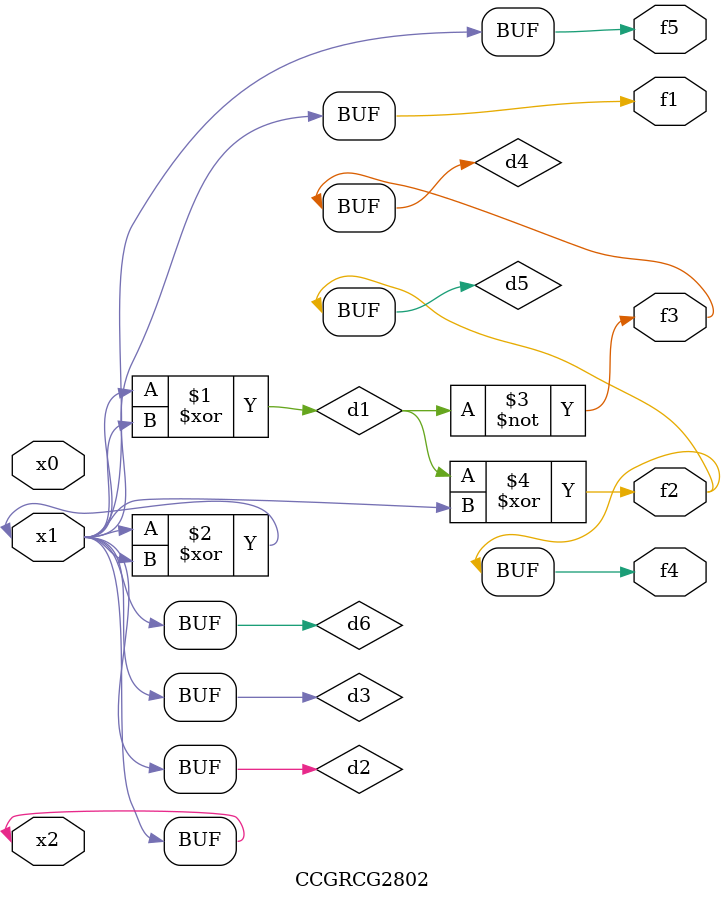
<source format=v>
module CCGRCG2802(
	input x0, x1, x2,
	output f1, f2, f3, f4, f5
);

	wire d1, d2, d3, d4, d5, d6;

	xor (d1, x1, x2);
	buf (d2, x1, x2);
	xor (d3, x1, x2);
	nor (d4, d1);
	xor (d5, d1, d2);
	buf (d6, d2, d3);
	assign f1 = d6;
	assign f2 = d5;
	assign f3 = d4;
	assign f4 = d5;
	assign f5 = d6;
endmodule

</source>
